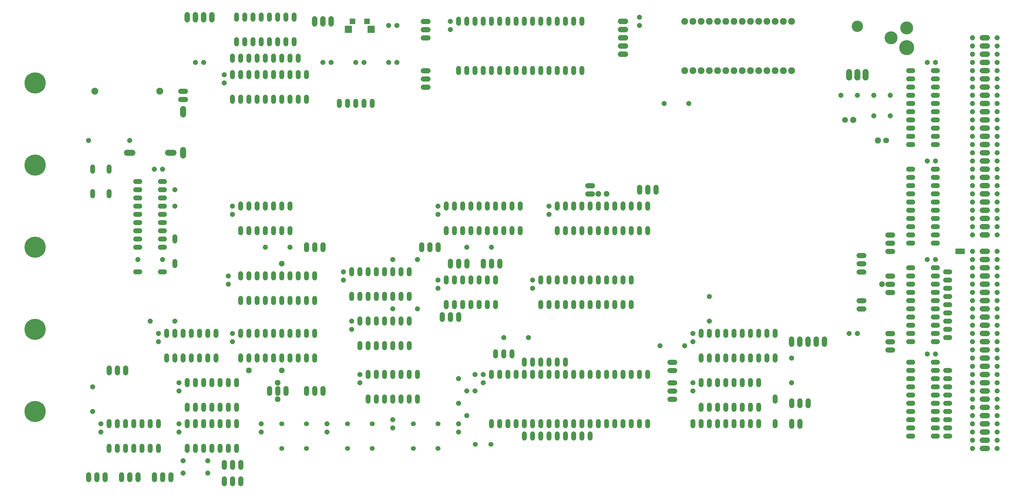
<source format=gts>
G75*
%MOIN*%
%OFA0B0*%
%FSLAX25Y25*%
%IPPOS*%
%LPD*%
%AMOC8*
5,1,8,0,0,1.08239X$1,22.5*
%
%ADD10C,0.06000*%
%ADD11C,0.06000*%
%ADD12C,0.06800*%
%ADD13R,0.06800X0.06800*%
%ADD14R,0.09050X0.09050*%
%ADD15OC8,0.06000*%
%ADD16C,0.18300*%
%ADD17C,0.15800*%
%ADD18OC8,0.07100*%
%ADD19C,0.07100*%
%ADD20R,0.05400X0.07100*%
%ADD21R,0.00600X0.07200*%
%ADD22C,0.07400*%
%ADD23C,0.13800*%
%ADD24OC8,0.06050*%
%ADD25C,0.25800*%
%ADD26C,0.06400*%
%ADD27OC8,0.06800*%
%ADD28C,0.08300*%
%ADD29C,0.08477*%
D10*
X0141300Y0073700D02*
X0141300Y0078900D01*
X0151300Y0078900D02*
X0151300Y0073700D01*
X0161300Y0073700D02*
X0161300Y0078900D01*
X0171300Y0078900D02*
X0171300Y0073700D01*
X0181300Y0073700D02*
X0181300Y0078900D01*
X0191300Y0078900D02*
X0191300Y0073700D01*
X0201300Y0073700D02*
X0201300Y0078900D01*
X0236300Y0078900D02*
X0236300Y0073700D01*
X0246300Y0073700D02*
X0246300Y0078900D01*
X0256300Y0078900D02*
X0256300Y0073700D01*
X0266300Y0073700D02*
X0266300Y0078900D01*
X0276300Y0078900D02*
X0276300Y0073700D01*
X0286300Y0073700D02*
X0286300Y0078900D01*
X0296300Y0078900D02*
X0296300Y0073700D01*
X0296300Y0103700D02*
X0296300Y0108900D01*
X0286300Y0108900D02*
X0286300Y0103700D01*
X0276300Y0103700D02*
X0276300Y0108900D01*
X0266300Y0108900D02*
X0266300Y0103700D01*
X0256300Y0103700D02*
X0256300Y0108900D01*
X0246300Y0108900D02*
X0246300Y0103700D01*
X0236300Y0103700D02*
X0236300Y0108900D01*
X0236300Y0123700D02*
X0236300Y0128900D01*
X0246300Y0128900D02*
X0246300Y0123700D01*
X0256300Y0123700D02*
X0256300Y0128900D01*
X0266300Y0128900D02*
X0266300Y0123700D01*
X0276300Y0123700D02*
X0276300Y0128900D01*
X0286300Y0128900D02*
X0286300Y0123700D01*
X0296300Y0123700D02*
X0296300Y0128900D01*
X0296300Y0153700D02*
X0296300Y0158900D01*
X0286300Y0158900D02*
X0286300Y0153700D01*
X0276300Y0153700D02*
X0276300Y0158900D01*
X0266300Y0158900D02*
X0266300Y0153700D01*
X0256300Y0153700D02*
X0256300Y0158900D01*
X0246300Y0158900D02*
X0246300Y0153700D01*
X0236300Y0153700D02*
X0236300Y0158900D01*
X0231300Y0183700D02*
X0231300Y0188900D01*
X0221300Y0188900D02*
X0221300Y0183700D01*
X0211300Y0183700D02*
X0211300Y0188900D01*
X0241300Y0188900D02*
X0241300Y0183700D01*
X0251300Y0183700D02*
X0251300Y0188900D01*
X0261300Y0188900D02*
X0261300Y0183700D01*
X0271300Y0183700D02*
X0271300Y0188900D01*
X0271300Y0213700D02*
X0271300Y0218900D01*
X0261300Y0218900D02*
X0261300Y0213700D01*
X0251300Y0213700D02*
X0251300Y0218900D01*
X0241300Y0218900D02*
X0241300Y0213700D01*
X0231300Y0213700D02*
X0231300Y0218900D01*
X0221300Y0218900D02*
X0221300Y0213700D01*
X0211300Y0213700D02*
X0211300Y0218900D01*
X0301300Y0218900D02*
X0301300Y0213700D01*
X0311300Y0213700D02*
X0311300Y0218900D01*
X0321300Y0218900D02*
X0321300Y0213700D01*
X0331300Y0213700D02*
X0331300Y0218900D01*
X0341300Y0218900D02*
X0341300Y0213700D01*
X0351300Y0213700D02*
X0351300Y0218900D01*
X0361300Y0218900D02*
X0361300Y0213700D01*
X0371300Y0213700D02*
X0371300Y0218900D01*
X0381300Y0218900D02*
X0381300Y0213700D01*
X0391300Y0213700D02*
X0391300Y0218900D01*
X0391300Y0188900D02*
X0391300Y0183700D01*
X0381300Y0183700D02*
X0381300Y0188900D01*
X0371300Y0188900D02*
X0371300Y0183700D01*
X0361300Y0183700D02*
X0361300Y0188900D01*
X0351300Y0188900D02*
X0351300Y0183700D01*
X0341300Y0183700D02*
X0341300Y0188900D01*
X0331300Y0188900D02*
X0331300Y0183700D01*
X0321300Y0183700D02*
X0321300Y0188900D01*
X0311300Y0188900D02*
X0311300Y0183700D01*
X0301300Y0183700D02*
X0301300Y0188900D01*
X0301300Y0253700D02*
X0301300Y0258900D01*
X0311300Y0258900D02*
X0311300Y0253700D01*
X0321300Y0253700D02*
X0321300Y0258900D01*
X0331300Y0258900D02*
X0331300Y0253700D01*
X0341300Y0253700D02*
X0341300Y0258900D01*
X0351300Y0258900D02*
X0351300Y0253700D01*
X0361300Y0253700D02*
X0361300Y0258900D01*
X0371300Y0258900D02*
X0371300Y0253700D01*
X0381300Y0253700D02*
X0381300Y0258900D01*
X0391300Y0258900D02*
X0391300Y0253700D01*
X0391300Y0283700D02*
X0391300Y0288900D01*
X0381300Y0288900D02*
X0381300Y0283700D01*
X0371300Y0283700D02*
X0371300Y0288900D01*
X0361300Y0288900D02*
X0361300Y0283700D01*
X0351300Y0283700D02*
X0351300Y0288900D01*
X0341300Y0288900D02*
X0341300Y0283700D01*
X0331300Y0283700D02*
X0331300Y0288900D01*
X0321300Y0288900D02*
X0321300Y0283700D01*
X0311300Y0283700D02*
X0311300Y0288900D01*
X0301300Y0288900D02*
X0301300Y0283700D01*
X0221300Y0298700D02*
X0221300Y0303900D01*
X0208900Y0291300D02*
X0203700Y0291300D01*
X0178900Y0291300D02*
X0173700Y0291300D01*
X0173700Y0321300D02*
X0178900Y0321300D01*
X0178900Y0331300D02*
X0173700Y0331300D01*
X0173700Y0341300D02*
X0178900Y0341300D01*
X0178900Y0351300D02*
X0173700Y0351300D01*
X0173700Y0361300D02*
X0178900Y0361300D01*
X0178900Y0371300D02*
X0173700Y0371300D01*
X0173700Y0381300D02*
X0178900Y0381300D01*
X0178900Y0391300D02*
X0173700Y0391300D01*
X0173700Y0401300D02*
X0178900Y0401300D01*
X0203700Y0401300D02*
X0208900Y0401300D01*
X0208900Y0391300D02*
X0203700Y0391300D01*
X0203700Y0381300D02*
X0208900Y0381300D01*
X0208900Y0371300D02*
X0203700Y0371300D01*
X0203700Y0361300D02*
X0208900Y0361300D01*
X0208900Y0351300D02*
X0203700Y0351300D01*
X0203700Y0341300D02*
X0208900Y0341300D01*
X0208900Y0331300D02*
X0203700Y0331300D01*
X0221300Y0328700D02*
X0221300Y0333900D01*
X0208900Y0321300D02*
X0203700Y0321300D01*
X0301300Y0338700D02*
X0301300Y0343900D01*
X0311300Y0343900D02*
X0311300Y0338700D01*
X0321300Y0338700D02*
X0321300Y0343900D01*
X0331300Y0343900D02*
X0331300Y0338700D01*
X0341300Y0338700D02*
X0341300Y0343900D01*
X0351300Y0343900D02*
X0351300Y0338700D01*
X0361300Y0338700D02*
X0361300Y0343900D01*
X0361300Y0368700D02*
X0361300Y0373900D01*
X0351300Y0373900D02*
X0351300Y0368700D01*
X0341300Y0368700D02*
X0341300Y0373900D01*
X0331300Y0373900D02*
X0331300Y0368700D01*
X0321300Y0368700D02*
X0321300Y0373900D01*
X0311300Y0373900D02*
X0311300Y0368700D01*
X0301300Y0368700D02*
X0301300Y0373900D01*
X0436300Y0293900D02*
X0436300Y0288700D01*
X0446300Y0288700D02*
X0446300Y0293900D01*
X0456300Y0293900D02*
X0456300Y0288700D01*
X0466300Y0288700D02*
X0466300Y0293900D01*
X0476300Y0293900D02*
X0476300Y0288700D01*
X0486300Y0288700D02*
X0486300Y0293900D01*
X0496300Y0293900D02*
X0496300Y0288700D01*
X0506300Y0288700D02*
X0506300Y0293900D01*
X0551300Y0283900D02*
X0551300Y0278700D01*
X0561300Y0278700D02*
X0561300Y0283900D01*
X0571300Y0283900D02*
X0571300Y0278700D01*
X0581300Y0278700D02*
X0581300Y0283900D01*
X0591300Y0283900D02*
X0591300Y0278700D01*
X0601300Y0278700D02*
X0601300Y0283900D01*
X0611300Y0283900D02*
X0611300Y0278700D01*
X0611300Y0253900D02*
X0611300Y0248700D01*
X0601300Y0248700D02*
X0601300Y0253900D01*
X0591300Y0253900D02*
X0591300Y0248700D01*
X0581300Y0248700D02*
X0581300Y0253900D01*
X0571300Y0253900D02*
X0571300Y0248700D01*
X0561300Y0248700D02*
X0561300Y0253900D01*
X0551300Y0253900D02*
X0551300Y0248700D01*
X0506300Y0258700D02*
X0506300Y0263900D01*
X0496300Y0263900D02*
X0496300Y0258700D01*
X0486300Y0258700D02*
X0486300Y0263900D01*
X0476300Y0263900D02*
X0476300Y0258700D01*
X0466300Y0258700D02*
X0466300Y0263900D01*
X0456300Y0263900D02*
X0456300Y0258700D01*
X0446300Y0258700D02*
X0446300Y0263900D01*
X0436300Y0263900D02*
X0436300Y0258700D01*
X0446300Y0233900D02*
X0446300Y0228700D01*
X0456300Y0228700D02*
X0456300Y0233900D01*
X0466300Y0233900D02*
X0466300Y0228700D01*
X0476300Y0228700D02*
X0476300Y0233900D01*
X0486300Y0233900D02*
X0486300Y0228700D01*
X0496300Y0228700D02*
X0496300Y0233900D01*
X0506300Y0233900D02*
X0506300Y0228700D01*
X0506300Y0203900D02*
X0506300Y0198700D01*
X0496300Y0198700D02*
X0496300Y0203900D01*
X0486300Y0203900D02*
X0486300Y0198700D01*
X0476300Y0198700D02*
X0476300Y0203900D01*
X0466300Y0203900D02*
X0466300Y0198700D01*
X0456300Y0198700D02*
X0456300Y0203900D01*
X0446300Y0203900D02*
X0446300Y0198700D01*
X0456300Y0168900D02*
X0456300Y0163700D01*
X0466300Y0163700D02*
X0466300Y0168900D01*
X0476300Y0168900D02*
X0476300Y0163700D01*
X0486300Y0163700D02*
X0486300Y0168900D01*
X0496300Y0168900D02*
X0496300Y0163700D01*
X0506300Y0163700D02*
X0506300Y0168900D01*
X0516300Y0168900D02*
X0516300Y0163700D01*
X0516300Y0138900D02*
X0516300Y0133700D01*
X0506300Y0133700D02*
X0506300Y0138900D01*
X0496300Y0138900D02*
X0496300Y0133700D01*
X0486300Y0133700D02*
X0486300Y0138900D01*
X0476300Y0138900D02*
X0476300Y0133700D01*
X0466300Y0133700D02*
X0466300Y0138900D01*
X0456300Y0138900D02*
X0456300Y0133700D01*
X0606300Y0108900D02*
X0606300Y0103700D01*
X0616300Y0103700D02*
X0616300Y0108900D01*
X0626300Y0108900D02*
X0626300Y0103700D01*
X0636300Y0103700D02*
X0636300Y0108900D01*
X0646300Y0108900D02*
X0646300Y0103700D01*
X0656300Y0103700D02*
X0656300Y0108900D01*
X0666300Y0108900D02*
X0666300Y0103700D01*
X0676300Y0103700D02*
X0676300Y0108900D01*
X0686300Y0108900D02*
X0686300Y0103700D01*
X0696300Y0103700D02*
X0696300Y0108900D01*
X0706300Y0108900D02*
X0706300Y0103700D01*
X0716300Y0103700D02*
X0716300Y0108900D01*
X0726300Y0108900D02*
X0726300Y0103700D01*
X0736300Y0103700D02*
X0736300Y0108900D01*
X0746300Y0108900D02*
X0746300Y0103700D01*
X0756300Y0103700D02*
X0756300Y0108900D01*
X0766300Y0108900D02*
X0766300Y0103700D01*
X0776300Y0103700D02*
X0776300Y0108900D01*
X0786300Y0108900D02*
X0786300Y0103700D01*
X0796300Y0103700D02*
X0796300Y0108900D01*
X0851300Y0108900D02*
X0851300Y0103700D01*
X0861300Y0103700D02*
X0861300Y0108900D01*
X0871300Y0108900D02*
X0871300Y0103700D01*
X0881300Y0103700D02*
X0881300Y0108900D01*
X0891300Y0108900D02*
X0891300Y0103700D01*
X0901300Y0103700D02*
X0901300Y0108900D01*
X0911300Y0108900D02*
X0911300Y0103700D01*
X0921300Y0103700D02*
X0921300Y0108900D01*
X0931300Y0108900D02*
X0931300Y0103700D01*
X0951300Y0103700D02*
X0951300Y0108900D01*
X0931300Y0123700D02*
X0931300Y0128900D01*
X0921300Y0128900D02*
X0921300Y0123700D01*
X0911300Y0123700D02*
X0911300Y0128900D01*
X0901300Y0128900D02*
X0901300Y0123700D01*
X0891300Y0123700D02*
X0891300Y0128900D01*
X0881300Y0128900D02*
X0881300Y0123700D01*
X0871300Y0123700D02*
X0871300Y0128900D01*
X0861300Y0128900D02*
X0861300Y0123700D01*
X0861300Y0153700D02*
X0861300Y0158900D01*
X0871300Y0158900D02*
X0871300Y0153700D01*
X0881300Y0153700D02*
X0881300Y0158900D01*
X0891300Y0158900D02*
X0891300Y0153700D01*
X0901300Y0153700D02*
X0901300Y0158900D01*
X0911300Y0158900D02*
X0911300Y0153700D01*
X0921300Y0153700D02*
X0921300Y0158900D01*
X0931300Y0158900D02*
X0931300Y0153700D01*
X0951300Y0138900D02*
X0951300Y0133700D01*
X0951300Y0183700D02*
X0951300Y0188900D01*
X0941300Y0188900D02*
X0941300Y0183700D01*
X0931300Y0183700D02*
X0931300Y0188900D01*
X0921300Y0188900D02*
X0921300Y0183700D01*
X0911300Y0183700D02*
X0911300Y0188900D01*
X0901300Y0188900D02*
X0901300Y0183700D01*
X0891300Y0183700D02*
X0891300Y0188900D01*
X0881300Y0188900D02*
X0881300Y0183700D01*
X0871300Y0183700D02*
X0871300Y0188900D01*
X0861300Y0188900D02*
X0861300Y0183700D01*
X0861300Y0213700D02*
X0861300Y0218900D01*
X0871300Y0218900D02*
X0871300Y0213700D01*
X0881300Y0213700D02*
X0881300Y0218900D01*
X0891300Y0218900D02*
X0891300Y0213700D01*
X0901300Y0213700D02*
X0901300Y0218900D01*
X0911300Y0218900D02*
X0911300Y0213700D01*
X0921300Y0213700D02*
X0921300Y0218900D01*
X0931300Y0218900D02*
X0931300Y0213700D01*
X0941300Y0213700D02*
X0941300Y0218900D01*
X0951300Y0218900D02*
X0951300Y0213700D01*
X0796300Y0168900D02*
X0796300Y0163700D01*
X0786300Y0163700D02*
X0786300Y0168900D01*
X0776300Y0168900D02*
X0776300Y0163700D01*
X0766300Y0163700D02*
X0766300Y0168900D01*
X0756300Y0168900D02*
X0756300Y0163700D01*
X0746300Y0163700D02*
X0746300Y0168900D01*
X0736300Y0168900D02*
X0736300Y0163700D01*
X0726300Y0163700D02*
X0726300Y0168900D01*
X0716300Y0168900D02*
X0716300Y0163700D01*
X0706300Y0163700D02*
X0706300Y0168900D01*
X0696300Y0168900D02*
X0696300Y0163700D01*
X0686300Y0163700D02*
X0686300Y0168900D01*
X0686300Y0178700D02*
X0686300Y0183900D01*
X0676300Y0183900D02*
X0676300Y0178700D01*
X0676300Y0168900D02*
X0676300Y0163700D01*
X0666300Y0163700D02*
X0666300Y0168900D01*
X0666300Y0178700D02*
X0666300Y0183900D01*
X0656300Y0183900D02*
X0656300Y0178700D01*
X0656300Y0168900D02*
X0656300Y0163700D01*
X0646300Y0163700D02*
X0646300Y0168900D01*
X0646300Y0178700D02*
X0646300Y0183900D01*
X0631300Y0188700D02*
X0631300Y0193900D01*
X0621300Y0193900D02*
X0621300Y0188700D01*
X0611300Y0188700D02*
X0611300Y0193900D01*
X0606300Y0168900D02*
X0606300Y0163700D01*
X0616300Y0163700D02*
X0616300Y0168900D01*
X0626300Y0168900D02*
X0626300Y0163700D01*
X0636300Y0163700D02*
X0636300Y0168900D01*
X0696300Y0178700D02*
X0696300Y0183900D01*
X0696300Y0248700D02*
X0696300Y0253900D01*
X0706300Y0253900D02*
X0706300Y0248700D01*
X0716300Y0248700D02*
X0716300Y0253900D01*
X0726300Y0253900D02*
X0726300Y0248700D01*
X0736300Y0248700D02*
X0736300Y0253900D01*
X0746300Y0253900D02*
X0746300Y0248700D01*
X0756300Y0248700D02*
X0756300Y0253900D01*
X0766300Y0253900D02*
X0766300Y0248700D01*
X0776300Y0248700D02*
X0776300Y0253900D01*
X0776300Y0278700D02*
X0776300Y0283900D01*
X0766300Y0283900D02*
X0766300Y0278700D01*
X0756300Y0278700D02*
X0756300Y0283900D01*
X0746300Y0283900D02*
X0746300Y0278700D01*
X0736300Y0278700D02*
X0736300Y0283900D01*
X0726300Y0283900D02*
X0726300Y0278700D01*
X0716300Y0278700D02*
X0716300Y0283900D01*
X0706300Y0283900D02*
X0706300Y0278700D01*
X0696300Y0278700D02*
X0696300Y0283900D01*
X0686300Y0283900D02*
X0686300Y0278700D01*
X0676300Y0278700D02*
X0676300Y0283900D01*
X0666300Y0283900D02*
X0666300Y0278700D01*
X0666300Y0253900D02*
X0666300Y0248700D01*
X0676300Y0248700D02*
X0676300Y0253900D01*
X0686300Y0253900D02*
X0686300Y0248700D01*
X0686300Y0338700D02*
X0686300Y0343900D01*
X0696300Y0343900D02*
X0696300Y0338700D01*
X0706300Y0338700D02*
X0706300Y0343900D01*
X0716300Y0343900D02*
X0716300Y0338700D01*
X0726300Y0338700D02*
X0726300Y0343900D01*
X0736300Y0343900D02*
X0736300Y0338700D01*
X0746300Y0338700D02*
X0746300Y0343900D01*
X0756300Y0343900D02*
X0756300Y0338700D01*
X0766300Y0338700D02*
X0766300Y0343900D01*
X0776300Y0343900D02*
X0776300Y0338700D01*
X0786300Y0338700D02*
X0786300Y0343900D01*
X0796300Y0343900D02*
X0796300Y0338700D01*
X0796300Y0368700D02*
X0796300Y0373900D01*
X0786300Y0373900D02*
X0786300Y0368700D01*
X0776300Y0368700D02*
X0776300Y0373900D01*
X0766300Y0373900D02*
X0766300Y0368700D01*
X0756300Y0368700D02*
X0756300Y0373900D01*
X0746300Y0373900D02*
X0746300Y0368700D01*
X0736300Y0368700D02*
X0736300Y0373900D01*
X0726300Y0373900D02*
X0726300Y0368700D01*
X0716300Y0368700D02*
X0716300Y0373900D01*
X0706300Y0373900D02*
X0706300Y0368700D01*
X0696300Y0368700D02*
X0696300Y0373900D01*
X0686300Y0373900D02*
X0686300Y0368700D01*
X0641300Y0368700D02*
X0641300Y0373900D01*
X0631300Y0373900D02*
X0631300Y0368700D01*
X0621300Y0368700D02*
X0621300Y0373900D01*
X0611300Y0373900D02*
X0611300Y0368700D01*
X0601300Y0368700D02*
X0601300Y0373900D01*
X0591300Y0373900D02*
X0591300Y0368700D01*
X0581300Y0368700D02*
X0581300Y0373900D01*
X0571300Y0373900D02*
X0571300Y0368700D01*
X0561300Y0368700D02*
X0561300Y0373900D01*
X0551300Y0373900D02*
X0551300Y0368700D01*
X0551300Y0343900D02*
X0551300Y0338700D01*
X0561300Y0338700D02*
X0561300Y0343900D01*
X0571300Y0343900D02*
X0571300Y0338700D01*
X0581300Y0338700D02*
X0581300Y0343900D01*
X0591300Y0343900D02*
X0591300Y0338700D01*
X0601300Y0338700D02*
X0601300Y0343900D01*
X0611300Y0343900D02*
X0611300Y0338700D01*
X0621300Y0338700D02*
X0621300Y0343900D01*
X0631300Y0343900D02*
X0631300Y0338700D01*
X0641300Y0338700D02*
X0641300Y0343900D01*
X0461300Y0493700D02*
X0461300Y0498900D01*
X0451300Y0498900D02*
X0451300Y0493700D01*
X0441300Y0493700D02*
X0441300Y0498900D01*
X0431300Y0498900D02*
X0431300Y0493700D01*
X0421300Y0493700D02*
X0421300Y0498900D01*
X0381300Y0498700D02*
X0381300Y0503900D01*
X0371300Y0503900D02*
X0371300Y0498700D01*
X0361300Y0498700D02*
X0361300Y0503900D01*
X0351300Y0503900D02*
X0351300Y0498700D01*
X0341300Y0498700D02*
X0341300Y0503900D01*
X0331300Y0503900D02*
X0331300Y0498700D01*
X0321300Y0498700D02*
X0321300Y0503900D01*
X0311300Y0503900D02*
X0311300Y0498700D01*
X0301300Y0498700D02*
X0301300Y0503900D01*
X0291300Y0503900D02*
X0291300Y0498700D01*
X0291300Y0528700D02*
X0291300Y0533900D01*
X0301300Y0533900D02*
X0301300Y0528700D01*
X0311300Y0528700D02*
X0311300Y0533900D01*
X0321300Y0533900D02*
X0321300Y0528700D01*
X0331300Y0528700D02*
X0331300Y0533900D01*
X0341300Y0533900D02*
X0341300Y0528700D01*
X0351300Y0528700D02*
X0351300Y0533900D01*
X0361300Y0533900D02*
X0361300Y0528700D01*
X0371300Y0528700D02*
X0371300Y0533900D01*
X0381300Y0533900D02*
X0381300Y0528700D01*
X0371300Y0548700D02*
X0371300Y0553900D01*
X0361300Y0553900D02*
X0361300Y0548700D01*
X0351300Y0548700D02*
X0351300Y0553900D01*
X0341300Y0553900D02*
X0341300Y0548700D01*
X0331300Y0548700D02*
X0331300Y0553900D01*
X0321300Y0553900D02*
X0321300Y0548700D01*
X0311300Y0548700D02*
X0311300Y0553900D01*
X0301300Y0553900D02*
X0301300Y0548700D01*
X0291300Y0548700D02*
X0291300Y0553900D01*
X0296300Y0568700D02*
X0296300Y0573900D01*
X0306300Y0573900D02*
X0306300Y0568700D01*
X0316300Y0568700D02*
X0316300Y0573900D01*
X0326300Y0573900D02*
X0326300Y0568700D01*
X0336300Y0568700D02*
X0336300Y0573900D01*
X0346300Y0573900D02*
X0346300Y0568700D01*
X0356300Y0568700D02*
X0356300Y0573900D01*
X0366300Y0573900D02*
X0366300Y0568700D01*
X0366300Y0598700D02*
X0366300Y0603900D01*
X0356300Y0603900D02*
X0356300Y0598700D01*
X0346300Y0598700D02*
X0346300Y0603900D01*
X0336300Y0603900D02*
X0336300Y0598700D01*
X0326300Y0598700D02*
X0326300Y0603900D01*
X0316300Y0603900D02*
X0316300Y0598700D01*
X0306300Y0598700D02*
X0306300Y0603900D01*
X0296300Y0603900D02*
X0296300Y0598700D01*
X0566300Y0598900D02*
X0566300Y0593700D01*
X0576300Y0593700D02*
X0576300Y0598900D01*
X0586300Y0598900D02*
X0586300Y0593700D01*
X0596300Y0593700D02*
X0596300Y0598900D01*
X0606300Y0598900D02*
X0606300Y0593700D01*
X0616300Y0593700D02*
X0616300Y0598900D01*
X0626300Y0598900D02*
X0626300Y0593700D01*
X0636300Y0593700D02*
X0636300Y0598900D01*
X0646300Y0598900D02*
X0646300Y0593700D01*
X0656300Y0593700D02*
X0656300Y0598900D01*
X0666300Y0598900D02*
X0666300Y0593700D01*
X0676300Y0593700D02*
X0676300Y0598900D01*
X0686300Y0598900D02*
X0686300Y0593700D01*
X0696300Y0593700D02*
X0696300Y0598900D01*
X0706300Y0598900D02*
X0706300Y0593700D01*
X0716300Y0593700D02*
X0716300Y0598900D01*
X0716300Y0538900D02*
X0716300Y0533700D01*
X0706300Y0533700D02*
X0706300Y0538900D01*
X0696300Y0538900D02*
X0696300Y0533700D01*
X0686300Y0533700D02*
X0686300Y0538900D01*
X0676300Y0538900D02*
X0676300Y0533700D01*
X0666300Y0533700D02*
X0666300Y0538900D01*
X0656300Y0538900D02*
X0656300Y0533700D01*
X0646300Y0533700D02*
X0646300Y0538900D01*
X0636300Y0538900D02*
X0636300Y0533700D01*
X0626300Y0533700D02*
X0626300Y0538900D01*
X0616300Y0538900D02*
X0616300Y0533700D01*
X0606300Y0533700D02*
X0606300Y0538900D01*
X0596300Y0538900D02*
X0596300Y0533700D01*
X0586300Y0533700D02*
X0586300Y0538900D01*
X0576300Y0538900D02*
X0576300Y0533700D01*
X0566300Y0533700D02*
X0566300Y0538900D01*
X0141300Y0418900D02*
X0141300Y0413700D01*
X0121300Y0413700D02*
X0121300Y0418900D01*
X0121300Y0388900D02*
X0121300Y0383700D01*
X0141300Y0383700D02*
X0141300Y0388900D01*
X0141300Y0108900D02*
X0141300Y0103700D01*
X0151300Y0103700D02*
X0151300Y0108900D01*
X0161300Y0108900D02*
X0161300Y0103700D01*
X0171300Y0103700D02*
X0171300Y0108900D01*
X0181300Y0108900D02*
X0181300Y0103700D01*
X0191300Y0103700D02*
X0191300Y0108900D01*
X0201300Y0108900D02*
X0201300Y0103700D01*
X0646300Y0093900D02*
X0646300Y0088700D01*
X0656300Y0088700D02*
X0656300Y0093900D01*
X0666300Y0093900D02*
X0666300Y0088700D01*
X0676300Y0088700D02*
X0676300Y0093900D01*
X0686300Y0093900D02*
X0686300Y0088700D01*
X0696300Y0088700D02*
X0696300Y0093900D01*
X0706300Y0093900D02*
X0706300Y0088700D01*
X0716300Y0088700D02*
X0716300Y0093900D01*
X0726300Y0093900D02*
X0726300Y0088700D01*
X1113700Y0091300D02*
X1118900Y0091300D01*
X1118900Y0101300D02*
X1113700Y0101300D01*
X1113700Y0111300D02*
X1118900Y0111300D01*
X1118900Y0121300D02*
X1113700Y0121300D01*
X1113700Y0131300D02*
X1118900Y0131300D01*
X1118900Y0141300D02*
X1113700Y0141300D01*
X1113700Y0151300D02*
X1118900Y0151300D01*
X1118900Y0161300D02*
X1113700Y0161300D01*
X1113700Y0171300D02*
X1118900Y0171300D01*
X1118900Y0181300D02*
X1113700Y0181300D01*
X1143700Y0181300D02*
X1148900Y0181300D01*
X1148900Y0171300D02*
X1143700Y0171300D01*
X1158700Y0171300D02*
X1163900Y0171300D01*
X1163900Y0161300D02*
X1158700Y0161300D01*
X1148900Y0161300D02*
X1143700Y0161300D01*
X1143700Y0151300D02*
X1148900Y0151300D01*
X1158700Y0151300D02*
X1163900Y0151300D01*
X1163900Y0141300D02*
X1158700Y0141300D01*
X1148900Y0141300D02*
X1143700Y0141300D01*
X1143700Y0131300D02*
X1148900Y0131300D01*
X1158700Y0131300D02*
X1163900Y0131300D01*
X1163900Y0121300D02*
X1158700Y0121300D01*
X1148900Y0121300D02*
X1143700Y0121300D01*
X1143700Y0111300D02*
X1148900Y0111300D01*
X1158700Y0111300D02*
X1163900Y0111300D01*
X1163900Y0101300D02*
X1158700Y0101300D01*
X1148900Y0101300D02*
X1143700Y0101300D01*
X1143700Y0091300D02*
X1148900Y0091300D01*
X1158700Y0091300D02*
X1163900Y0091300D01*
X1148900Y0206300D02*
X1143700Y0206300D01*
X1158700Y0211300D02*
X1163900Y0211300D01*
X1148900Y0216300D02*
X1143700Y0216300D01*
X1143700Y0226300D02*
X1148900Y0226300D01*
X1158700Y0231300D02*
X1163900Y0231300D01*
X1163900Y0221300D02*
X1158700Y0221300D01*
X1148900Y0236300D02*
X1143700Y0236300D01*
X1158700Y0241300D02*
X1163900Y0241300D01*
X1163900Y0251300D02*
X1158700Y0251300D01*
X1148900Y0256300D02*
X1143700Y0256300D01*
X1143700Y0246300D02*
X1148900Y0246300D01*
X1158700Y0261300D02*
X1163900Y0261300D01*
X1163900Y0271300D02*
X1158700Y0271300D01*
X1148900Y0276300D02*
X1143700Y0276300D01*
X1143700Y0266300D02*
X1148900Y0266300D01*
X1158700Y0281300D02*
X1163900Y0281300D01*
X1163900Y0291300D02*
X1158700Y0291300D01*
X1148900Y0296300D02*
X1143700Y0296300D01*
X1143700Y0286300D02*
X1148900Y0286300D01*
X1118900Y0286300D02*
X1113700Y0286300D01*
X1113700Y0296300D02*
X1118900Y0296300D01*
X1118900Y0276300D02*
X1113700Y0276300D01*
X1113700Y0266300D02*
X1118900Y0266300D01*
X1118900Y0256300D02*
X1113700Y0256300D01*
X1113700Y0246300D02*
X1118900Y0246300D01*
X1118900Y0236300D02*
X1113700Y0236300D01*
X1113700Y0226300D02*
X1118900Y0226300D01*
X1118900Y0216300D02*
X1113700Y0216300D01*
X1113700Y0206300D02*
X1118900Y0206300D01*
X1118900Y0326300D02*
X1113700Y0326300D01*
X1113700Y0336300D02*
X1118900Y0336300D01*
X1118900Y0346300D02*
X1113700Y0346300D01*
X1113700Y0356300D02*
X1118900Y0356300D01*
X1118900Y0366300D02*
X1113700Y0366300D01*
X1113700Y0376300D02*
X1118900Y0376300D01*
X1118900Y0386300D02*
X1113700Y0386300D01*
X1113700Y0396300D02*
X1118900Y0396300D01*
X1118900Y0406300D02*
X1113700Y0406300D01*
X1113700Y0416300D02*
X1118900Y0416300D01*
X1143700Y0416300D02*
X1148900Y0416300D01*
X1148900Y0406300D02*
X1143700Y0406300D01*
X1143700Y0396300D02*
X1148900Y0396300D01*
X1148900Y0386300D02*
X1143700Y0386300D01*
X1143700Y0376300D02*
X1148900Y0376300D01*
X1148900Y0366300D02*
X1143700Y0366300D01*
X1143700Y0356300D02*
X1148900Y0356300D01*
X1148900Y0346300D02*
X1143700Y0346300D01*
X1143700Y0336300D02*
X1148900Y0336300D01*
X1148900Y0326300D02*
X1143700Y0326300D01*
X1143700Y0446300D02*
X1148900Y0446300D01*
X1148900Y0456300D02*
X1143700Y0456300D01*
X1143700Y0466300D02*
X1148900Y0466300D01*
X1148900Y0476300D02*
X1143700Y0476300D01*
X1143700Y0486300D02*
X1148900Y0486300D01*
X1148900Y0496300D02*
X1143700Y0496300D01*
X1143700Y0506300D02*
X1148900Y0506300D01*
X1148900Y0516300D02*
X1143700Y0516300D01*
X1143700Y0526300D02*
X1148900Y0526300D01*
X1148900Y0536300D02*
X1143700Y0536300D01*
X1118900Y0536300D02*
X1113700Y0536300D01*
X1113700Y0526300D02*
X1118900Y0526300D01*
X1118900Y0516300D02*
X1113700Y0516300D01*
X1113700Y0506300D02*
X1118900Y0506300D01*
X1118900Y0496300D02*
X1113700Y0496300D01*
X1113700Y0486300D02*
X1118900Y0486300D01*
X1118900Y0476300D02*
X1113700Y0476300D01*
X1113700Y0466300D02*
X1118900Y0466300D01*
X1118900Y0456300D02*
X1113700Y0456300D01*
X1113700Y0446300D02*
X1118900Y0446300D01*
D11*
X0541300Y0106300D03*
X0511300Y0106300D03*
X0461300Y0106300D03*
X0431300Y0106300D03*
X0381300Y0106300D03*
X0351300Y0106300D03*
X0351300Y0076300D03*
X0381300Y0076300D03*
X0431300Y0076300D03*
X0461300Y0076300D03*
X0511300Y0076300D03*
X0541300Y0076300D03*
X0586800Y0081300D03*
X0605800Y0081300D03*
D12*
X0971300Y0203300D02*
X0971300Y0209300D01*
X0981300Y0209300D02*
X0981300Y0203300D01*
X0991300Y0203300D02*
X0991300Y0209300D01*
X1001300Y0209300D02*
X1001300Y0203300D01*
X1011300Y0203300D02*
X1011300Y0209300D01*
X1203300Y0206300D02*
X1209300Y0206300D01*
X1209300Y0196300D02*
X1203300Y0196300D01*
X1203300Y0186300D02*
X1209300Y0186300D01*
X1209300Y0176300D02*
X1203300Y0176300D01*
X1203300Y0166300D02*
X1209300Y0166300D01*
X1209300Y0156300D02*
X1203300Y0156300D01*
X1203300Y0146300D02*
X1209300Y0146300D01*
X1209300Y0136300D02*
X1203300Y0136300D01*
X1203300Y0126300D02*
X1209300Y0126300D01*
X1209300Y0116300D02*
X1203300Y0116300D01*
X1203300Y0106300D02*
X1209300Y0106300D01*
X1209300Y0096300D02*
X1203300Y0096300D01*
X1203300Y0086300D02*
X1209300Y0086300D01*
X1209300Y0076300D02*
X1203300Y0076300D01*
X1203300Y0216300D02*
X1209300Y0216300D01*
X1209300Y0226300D02*
X1203300Y0226300D01*
X1203300Y0236300D02*
X1209300Y0236300D01*
X1209300Y0246300D02*
X1203300Y0246300D01*
X1203300Y0256300D02*
X1209300Y0256300D01*
X1209300Y0266300D02*
X1203300Y0266300D01*
X1203300Y0276300D02*
X1209300Y0276300D01*
X1209300Y0286300D02*
X1203300Y0286300D01*
X1203300Y0296300D02*
X1209300Y0296300D01*
X1209300Y0306300D02*
X1203300Y0306300D01*
X1203300Y0316300D02*
X1209300Y0316300D01*
X1209300Y0336300D02*
X1203300Y0336300D01*
X1203300Y0346300D02*
X1209300Y0346300D01*
X1209300Y0356300D02*
X1203300Y0356300D01*
X1203300Y0366300D02*
X1209300Y0366300D01*
X1209300Y0376300D02*
X1203300Y0376300D01*
X1203300Y0386300D02*
X1209300Y0386300D01*
X1209300Y0396300D02*
X1203300Y0396300D01*
X1203300Y0406300D02*
X1209300Y0406300D01*
X1209300Y0416300D02*
X1203300Y0416300D01*
X1203300Y0426300D02*
X1209300Y0426300D01*
X1209300Y0436300D02*
X1203300Y0436300D01*
X1203300Y0446300D02*
X1209300Y0446300D01*
X1209300Y0456300D02*
X1203300Y0456300D01*
X1203300Y0466300D02*
X1209300Y0466300D01*
X1209300Y0476300D02*
X1203300Y0476300D01*
X1203300Y0486300D02*
X1209300Y0486300D01*
X1209300Y0496300D02*
X1203300Y0496300D01*
X1203300Y0506300D02*
X1209300Y0506300D01*
X1209300Y0516300D02*
X1203300Y0516300D01*
X1203300Y0526300D02*
X1209300Y0526300D01*
X1209300Y0536300D02*
X1203300Y0536300D01*
X1203300Y0546300D02*
X1209300Y0546300D01*
X1209300Y0556300D02*
X1203300Y0556300D01*
X1203300Y0566300D02*
X1209300Y0566300D01*
X1209300Y0576300D02*
X1203300Y0576300D01*
X0769300Y0576300D02*
X0763300Y0576300D01*
X0763300Y0566300D02*
X0769300Y0566300D01*
X0769300Y0556300D02*
X0763300Y0556300D01*
X0763300Y0586300D02*
X0769300Y0586300D01*
X0769300Y0596300D02*
X0763300Y0596300D01*
X0411300Y0593300D02*
X0411300Y0599300D01*
X0401300Y0599300D02*
X0401300Y0593300D01*
X0391300Y0593300D02*
X0391300Y0599300D01*
X0266300Y0598300D02*
X0266300Y0604300D01*
X0256300Y0604300D02*
X0256300Y0598300D01*
X0246300Y0598300D02*
X0246300Y0604300D01*
X0236300Y0604300D02*
X0236300Y0598300D01*
D13*
X0437450Y0596200D03*
X0455150Y0596200D03*
D14*
X0460100Y0586400D03*
X0432500Y0586400D03*
D15*
X0481300Y0591300D03*
X0491300Y0591300D03*
X0556300Y0586300D03*
X0556300Y0596300D03*
X0491300Y0546300D03*
X0481300Y0546300D03*
X0451300Y0546300D03*
X0441300Y0546300D03*
X0411300Y0546300D03*
X0401300Y0546300D03*
X0281300Y0531300D03*
X0281300Y0521300D03*
X0256300Y0546300D03*
X0246300Y0546300D03*
X0166300Y0451300D03*
X0116300Y0451300D03*
X0196300Y0416300D03*
X0206300Y0416300D03*
X0221300Y0391300D03*
X0221300Y0371300D03*
X0291300Y0371300D03*
X0291300Y0361300D03*
X0331300Y0321300D03*
X0361300Y0321300D03*
X0426300Y0291300D03*
X0426300Y0281300D03*
X0486300Y0306300D03*
X0516300Y0306300D03*
X0541300Y0281300D03*
X0541300Y0271300D03*
X0516300Y0246300D03*
X0486300Y0246300D03*
X0436300Y0231300D03*
X0436300Y0221300D03*
X0446300Y0166300D03*
X0446300Y0156300D03*
X0486300Y0111300D03*
X0486300Y0101300D03*
X0566300Y0096300D03*
X0566300Y0106300D03*
X0576300Y0116300D03*
X0566300Y0131300D03*
X0576300Y0146300D03*
X0586300Y0146300D03*
X0596300Y0156300D03*
X0596300Y0166300D03*
X0586300Y0166300D03*
X0566300Y0161300D03*
X0621300Y0211300D03*
X0651300Y0211300D03*
X0656300Y0271300D03*
X0656300Y0281300D03*
X0606300Y0321300D03*
X0576300Y0321300D03*
X0541300Y0361300D03*
X0541300Y0371300D03*
X0676300Y0371300D03*
X0676300Y0361300D03*
X0871300Y0261300D03*
X0871300Y0231300D03*
X0851300Y0216300D03*
X0851300Y0206300D03*
X0841300Y0201300D03*
X0811300Y0201300D03*
X0851300Y0156300D03*
X0851300Y0146300D03*
X0971300Y0156300D03*
X0971300Y0186300D03*
X1041300Y0216300D03*
X1051300Y0216300D03*
X1136300Y0191300D03*
X1146300Y0191300D03*
X1146300Y0306300D03*
X1136300Y0306300D03*
X1136300Y0426300D03*
X1146300Y0426300D03*
X1091300Y0481300D03*
X1071300Y0481300D03*
X1071300Y0506300D03*
X1091300Y0506300D03*
X1051300Y0506300D03*
X1031300Y0506300D03*
X1136300Y0546300D03*
X1146300Y0546300D03*
X0846300Y0496300D03*
X0816300Y0496300D03*
X0786300Y0591300D03*
X0786300Y0601300D03*
X0206300Y0306300D03*
X0176300Y0306300D03*
X0286300Y0286300D03*
X0286300Y0276300D03*
X0221300Y0231300D03*
X0201300Y0216300D03*
X0201300Y0206300D03*
X0191300Y0231300D03*
X0291300Y0216300D03*
X0291300Y0206300D03*
X0226300Y0156300D03*
X0226300Y0146300D03*
X0226300Y0106300D03*
X0226300Y0096300D03*
X0231300Y0061300D03*
X0231300Y0046300D03*
X0261300Y0046300D03*
X0261300Y0061300D03*
X0326300Y0096300D03*
X0326300Y0106300D03*
X0406300Y0106300D03*
X0406300Y0096300D03*
X0131300Y0096300D03*
X0131300Y0106300D03*
X0121300Y0121300D03*
X0121300Y0151300D03*
D16*
X1111300Y0564095D03*
D17*
X1092402Y0576300D03*
X1111300Y0588111D03*
D18*
X1046300Y0476300D03*
X1076300Y0451300D03*
D19*
X1086300Y0451300D03*
X1036300Y0476300D03*
D20*
X1173300Y0316300D03*
X1179300Y0316300D03*
D21*
X1176300Y0316300D03*
D22*
X1061300Y0528000D02*
X1061300Y0534600D01*
X1051300Y0534600D02*
X1051300Y0528000D01*
X1041300Y0528000D02*
X1041300Y0534600D01*
X0231300Y0489600D02*
X0231300Y0483000D01*
X0231300Y0439600D02*
X0231300Y0433000D01*
X0219600Y0436300D02*
X0213000Y0436300D01*
X0169600Y0436300D02*
X0163000Y0436300D01*
D23*
X1051300Y0590300D03*
D24*
X1191300Y0576300D03*
X1191300Y0566300D03*
X1191300Y0556300D03*
X1191300Y0546300D03*
X1191300Y0536300D03*
X1191300Y0526300D03*
X1191300Y0516300D03*
X1191300Y0506300D03*
X1191300Y0496300D03*
X1191300Y0486300D03*
X1191300Y0476300D03*
X1191300Y0466300D03*
X1191300Y0456300D03*
X1191300Y0446300D03*
X1191300Y0436300D03*
X1191300Y0426300D03*
X1191300Y0416300D03*
X1191300Y0406300D03*
X1191300Y0396300D03*
X1191300Y0386300D03*
X1191300Y0376300D03*
X1191300Y0366300D03*
X1191300Y0356300D03*
X1191300Y0346300D03*
X1191300Y0336300D03*
X1191300Y0316300D03*
X1191300Y0306300D03*
X1191300Y0296300D03*
X1191300Y0286300D03*
X1191300Y0276300D03*
X1191300Y0266300D03*
X1191300Y0256300D03*
X1191300Y0246300D03*
X1191300Y0236300D03*
X1191300Y0226300D03*
X1191300Y0216300D03*
X1191300Y0206300D03*
X1191300Y0196300D03*
X1191300Y0186300D03*
X1191300Y0176300D03*
X1191300Y0166300D03*
X1191300Y0156300D03*
X1191300Y0146300D03*
X1191300Y0136300D03*
X1191300Y0126300D03*
X1191300Y0116300D03*
X1191300Y0106300D03*
X1191300Y0096300D03*
X1191300Y0086300D03*
X1191300Y0076300D03*
X1221300Y0076300D03*
X1221300Y0086300D03*
X1221300Y0096300D03*
X1221300Y0106300D03*
X1221300Y0116300D03*
X1221300Y0126300D03*
X1221300Y0136300D03*
X1221300Y0146300D03*
X1221300Y0156300D03*
X1221300Y0166300D03*
X1221300Y0176300D03*
X1221300Y0186300D03*
X1221300Y0196300D03*
X1221300Y0206300D03*
X1221300Y0216300D03*
X1221300Y0226300D03*
X1221300Y0236300D03*
X1221300Y0246300D03*
X1221300Y0256300D03*
X1221300Y0266300D03*
X1221300Y0276300D03*
X1221300Y0286300D03*
X1221300Y0296300D03*
X1221300Y0306300D03*
X1221300Y0316300D03*
X1221300Y0336300D03*
X1221300Y0346300D03*
X1221300Y0356300D03*
X1221300Y0366300D03*
X1221300Y0376300D03*
X1221300Y0386300D03*
X1221300Y0396300D03*
X1221300Y0406300D03*
X1221300Y0416300D03*
X1221300Y0426300D03*
X1221300Y0436300D03*
X1221300Y0446300D03*
X1221300Y0456300D03*
X1221300Y0466300D03*
X1221300Y0476300D03*
X1221300Y0486300D03*
X1221300Y0496300D03*
X1221300Y0506300D03*
X1221300Y0516300D03*
X1221300Y0526300D03*
X1221300Y0536300D03*
X1221300Y0546300D03*
X1221300Y0556300D03*
X1221300Y0566300D03*
X1221300Y0576300D03*
D25*
X0051300Y0521300D03*
X0051300Y0421300D03*
X0051300Y0321300D03*
X0051300Y0221300D03*
X0051300Y0121300D03*
D26*
X0116300Y0044100D02*
X0116300Y0038500D01*
X0126300Y0038500D02*
X0126300Y0044100D01*
X0136300Y0044100D02*
X0136300Y0038500D01*
X0156300Y0038500D02*
X0156300Y0044100D01*
X0166300Y0044100D02*
X0166300Y0038500D01*
X0176300Y0038500D02*
X0176300Y0044100D01*
X0196300Y0044100D02*
X0196300Y0038500D01*
X0206300Y0038500D02*
X0206300Y0044100D01*
X0216300Y0044100D02*
X0216300Y0038500D01*
X0281300Y0039100D02*
X0281300Y0033500D01*
X0291300Y0033500D02*
X0291300Y0039100D01*
X0301300Y0039100D02*
X0301300Y0033500D01*
X0301300Y0053500D02*
X0301300Y0059100D01*
X0291300Y0059100D02*
X0291300Y0053500D01*
X0281300Y0053500D02*
X0281300Y0059100D01*
X0336300Y0143500D02*
X0336300Y0149100D01*
X0346300Y0149100D02*
X0346300Y0143500D01*
X0356300Y0143500D02*
X0356300Y0149100D01*
X0381300Y0149100D02*
X0381300Y0143500D01*
X0391300Y0143500D02*
X0391300Y0149100D01*
X0401300Y0149100D02*
X0401300Y0143500D01*
X0546300Y0233500D02*
X0546300Y0239100D01*
X0556300Y0239100D02*
X0556300Y0233500D01*
X0566300Y0233500D02*
X0566300Y0239100D01*
X0566300Y0298500D02*
X0566300Y0304100D01*
X0556300Y0304100D02*
X0556300Y0298500D01*
X0576300Y0298500D02*
X0576300Y0304100D01*
X0596300Y0304100D02*
X0596300Y0298500D01*
X0606300Y0298500D02*
X0606300Y0304100D01*
X0616300Y0304100D02*
X0616300Y0298500D01*
X0541300Y0318500D02*
X0541300Y0324100D01*
X0531300Y0324100D02*
X0531300Y0318500D01*
X0521300Y0318500D02*
X0521300Y0324100D01*
X0401300Y0324100D02*
X0401300Y0318500D01*
X0391300Y0318500D02*
X0391300Y0324100D01*
X0381300Y0324100D02*
X0381300Y0318500D01*
X0161300Y0174100D02*
X0161300Y0168500D01*
X0151300Y0168500D02*
X0151300Y0174100D01*
X0141300Y0174100D02*
X0141300Y0168500D01*
X0723500Y0386300D02*
X0729100Y0386300D01*
X0729100Y0396300D02*
X0723500Y0396300D01*
X0786300Y0394100D02*
X0786300Y0388500D01*
X0796300Y0388500D02*
X0796300Y0394100D01*
X0806300Y0394100D02*
X0806300Y0388500D01*
X1053500Y0311300D02*
X1059100Y0311300D01*
X1059100Y0301300D02*
X1053500Y0301300D01*
X1053500Y0291300D02*
X1059100Y0291300D01*
X1088500Y0286300D02*
X1094100Y0286300D01*
X1094100Y0276300D02*
X1088500Y0276300D01*
X1088500Y0266300D02*
X1094100Y0266300D01*
X1059100Y0256300D02*
X1053500Y0256300D01*
X1053500Y0246300D02*
X1059100Y0246300D01*
X1088500Y0216300D02*
X1094100Y0216300D01*
X1094100Y0206300D02*
X1088500Y0206300D01*
X1088500Y0196300D02*
X1094100Y0196300D01*
X0991300Y0134100D02*
X0991300Y0128500D01*
X0981300Y0128500D02*
X0981300Y0134100D01*
X0971300Y0134100D02*
X0971300Y0128500D01*
X0971300Y0109100D02*
X0971300Y0103500D01*
X0981300Y0103500D02*
X0981300Y0109100D01*
X0829100Y0136300D02*
X0823500Y0136300D01*
X0823500Y0146300D02*
X0829100Y0146300D01*
X0829100Y0156300D02*
X0823500Y0156300D01*
X0823500Y0171300D02*
X0829100Y0171300D01*
X0829100Y0181300D02*
X0823500Y0181300D01*
X1088500Y0316300D02*
X1094100Y0316300D01*
X1094100Y0326300D02*
X1088500Y0326300D01*
X1088500Y0336300D02*
X1094100Y0336300D01*
X0529100Y0516300D02*
X0523500Y0516300D01*
X0523500Y0526300D02*
X0529100Y0526300D01*
X0529100Y0536300D02*
X0523500Y0536300D01*
X0523500Y0576300D02*
X0529100Y0576300D01*
X0529100Y0586300D02*
X0523500Y0586300D01*
X0523500Y0596300D02*
X0529100Y0596300D01*
X0234100Y0511300D02*
X0228500Y0511300D01*
X0228500Y0501300D02*
X0234100Y0501300D01*
D27*
X0351300Y0301300D03*
X0351300Y0171300D03*
X0346300Y0156300D03*
X0311300Y0171300D03*
X0346300Y0136300D03*
X0736300Y0386300D03*
X0746300Y0386300D03*
X1081300Y0276300D03*
D28*
X0971300Y0536300D03*
X0961300Y0536300D03*
X0951300Y0536300D03*
X0941300Y0536300D03*
X0931300Y0536300D03*
X0921300Y0536300D03*
X0911300Y0536300D03*
X0901300Y0536300D03*
X0891300Y0536300D03*
X0881300Y0536300D03*
X0871300Y0536300D03*
X0861300Y0536300D03*
X0851300Y0536300D03*
X0841300Y0536300D03*
X0841300Y0596300D03*
X0851300Y0596300D03*
X0861300Y0596300D03*
X0871300Y0596300D03*
X0881300Y0596300D03*
X0891300Y0596300D03*
X0901300Y0596300D03*
X0911300Y0596300D03*
X0921300Y0596300D03*
X0931300Y0596300D03*
X0941300Y0596300D03*
X0951300Y0596300D03*
X0961300Y0596300D03*
X0971300Y0596300D03*
D29*
X0202954Y0511300D03*
X0124213Y0511300D03*
M02*

</source>
